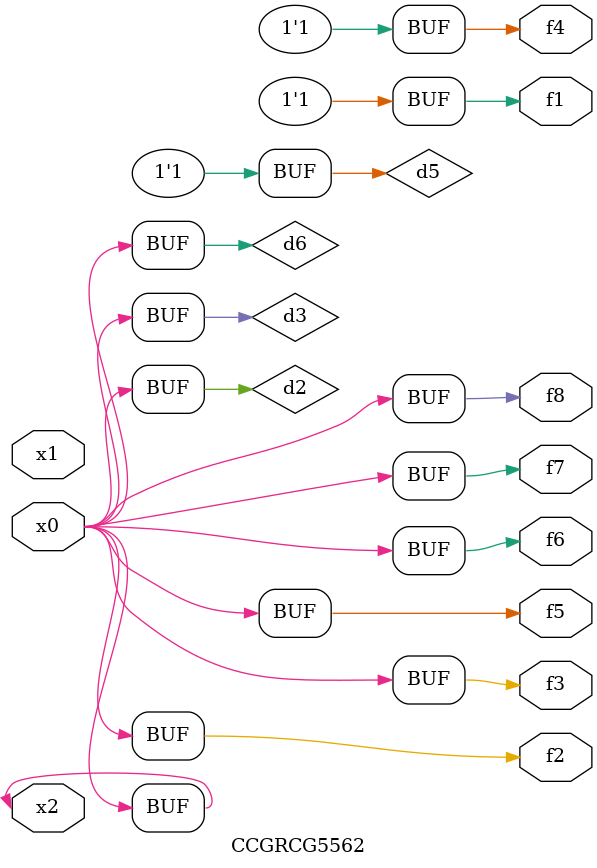
<source format=v>
module CCGRCG5562(
	input x0, x1, x2,
	output f1, f2, f3, f4, f5, f6, f7, f8
);

	wire d1, d2, d3, d4, d5, d6;

	xnor (d1, x2);
	buf (d2, x0, x2);
	and (d3, x0);
	xnor (d4, x1, x2);
	nand (d5, d1, d3);
	buf (d6, d2, d3);
	assign f1 = d5;
	assign f2 = d6;
	assign f3 = d6;
	assign f4 = d5;
	assign f5 = d6;
	assign f6 = d6;
	assign f7 = d6;
	assign f8 = d6;
endmodule

</source>
